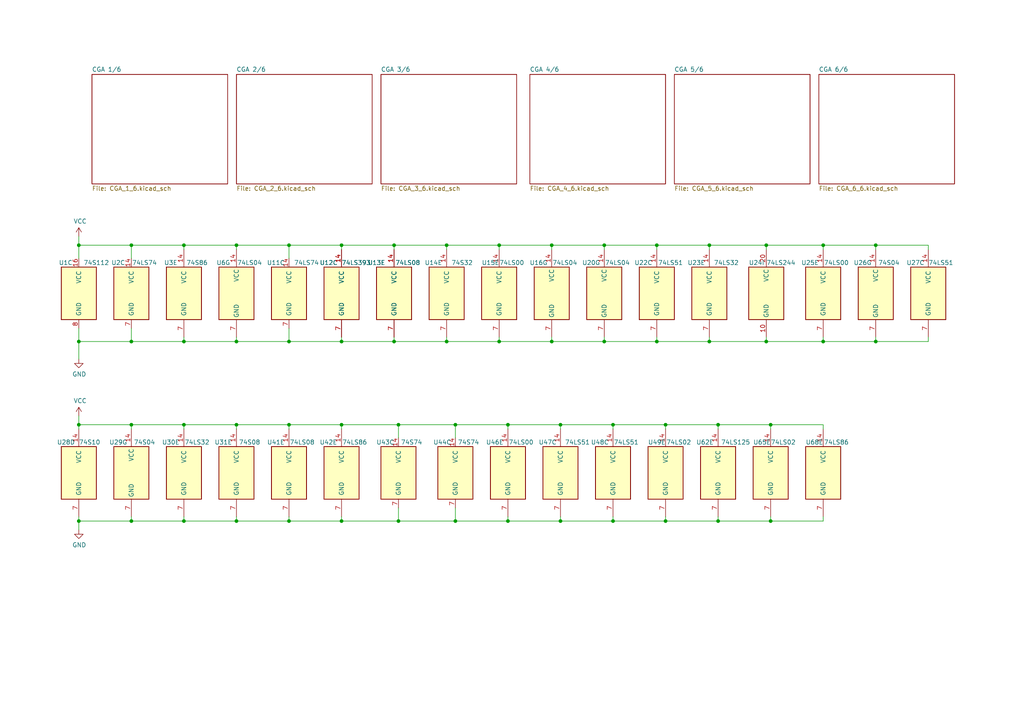
<source format=kicad_sch>
(kicad_sch (version 20230121) (generator eeschema)
  (paper "A4")
  (lib_symbols
    (symbol "74xx:74LS00" (pin_names (offset 1.016))
      (property "Reference" "U" (at 0 1.27 0))
      (property "Value" "74LS00" (at 0 -1.27 0))
      (symbol "74LS00_1_1"
        (pin input line (at -7.62 2.54 0) (length 3.81) (name "~") (number "1"))
        (pin input line (at -7.62 -2.54 0) (length 3.81) (name "~") (number "2"))
        (pin output inverted (at 7.62 0 180) (length 3.81) (name "~") (number "3"))
      )
      (symbol "74LS00_1_2"
        (pin input inverted (at -7.62 2.54 0) (length 4.318) (name "~") (number "1"))
        (pin input inverted (at -7.62 -2.54 0) (length 4.318) (name "~") (number "2"))
        (pin output line (at 7.62 0 180) (length 3.81) (name "~") (number "3"))
      )
      (symbol "74LS00_2_1"
        (pin input line (at -7.62 2.54 0) (length 3.81) (name "~") (number "4"))
        (pin input line (at -7.62 -2.54 0) (length 3.81) (name "~") (number "5"))
        (pin output inverted (at 7.62 0 180) (length 3.81) (name "~") (number "6"))
      )
      (symbol "74LS00_2_2"
        (pin input inverted (at -7.62 2.54 0) (length 4.318) (name "~") (number "4"))
        (pin input inverted (at -7.62 -2.54 0) (length 4.318) (name "~") (number "5"))
        (pin output line (at 7.62 0 180) (length 3.81) (name "~") (number "6"))
      )
      (symbol "74LS00_3_1"
        (pin input line (at -7.62 -2.54 0) (length 3.81) (name "~") (number "10"))
        (pin output inverted (at 7.62 0 180) (length 3.81) (name "~") (number "8"))
        (pin input line (at -7.62 2.54 0) (length 3.81) (name "~") (number "9"))
      )
      (symbol "74LS00_3_2"
        (pin input inverted (at -7.62 -2.54 0) (length 4.318) (name "~") (number "10"))
        (pin output line (at 7.62 0 180) (length 3.81) (name "~") (number "8"))
        (pin input inverted (at -7.62 2.54 0) (length 4.318) (name "~") (number "9"))
      )
      (symbol "74LS00_4_1"
        (pin output inverted (at 7.62 0 180) (length 3.81) (name "~") (number "11"))
        (pin input line (at -7.62 2.54 0) (length 3.81) (name "~") (number "12"))
        (pin input line (at -7.62 -2.54 0) (length 3.81) (name "~") (number "13"))
      )
      (symbol "74LS00_4_2"
        (pin output line (at 7.62 0 180) (length 3.81) (name "~") (number "11"))
        (pin input inverted (at -7.62 2.54 0) (length 4.318) (name "~") (number "12"))
        (pin input inverted (at -7.62 -2.54 0) (length 4.318) (name "~") (number "13"))
      )
      (symbol "74LS00_5_0"
        (pin power_in line (at 0 12.7 270) (length 5.08) (name "VCC") (number "14"))
        (pin power_in line (at 0 -12.7 90) (length 5.08) (name "GND") (number "7"))
      )
    )
    (symbol "74xx:74LS02" (pin_names (offset 1.016))
      (property "Reference" "U" (at 0 1.27 0))
      (property "Value" "74LS02" (at 0 -1.27 0))
      (symbol "74LS02_1_1"
        (pin output inverted (at 7.62 0 180) (length 3.81) (name "~") (number "1"))
        (pin input line (at -7.62 2.54 0) (length 4.318) (name "~") (number "2"))
        (pin input line (at -7.62 -2.54 0) (length 4.318) (name "~") (number "3"))
      )
      (symbol "74LS02_1_2"
        (pin output line (at 7.62 0 180) (length 3.81) (name "~") (number "1"))
        (pin input inverted (at -7.62 2.54 0) (length 3.81) (name "~") (number "2"))
        (pin input inverted (at -7.62 -2.54 0) (length 3.81) (name "~") (number "3"))
      )
      (symbol "74LS02_2_1"
        (pin output inverted (at 7.62 0 180) (length 3.81) (name "~") (number "4"))
        (pin input line (at -7.62 2.54 0) (length 4.318) (name "~") (number "5"))
        (pin input line (at -7.62 -2.54 0) (length 4.318) (name "~") (number "6"))
      )
      (symbol "74LS02_2_2"
        (pin output line (at 7.62 0 180) (length 3.81) (name "~") (number "4"))
        (pin input inverted (at -7.62 2.54 0) (length 3.81) (name "~") (number "5"))
        (pin input inverted (at -7.62 -2.54 0) (length 3.81) (name "~") (number "6"))
      )
      (symbol "74LS02_3_1"
        (pin output inverted (at 7.62 0 180) (length 3.81) (name "~") (number "10"))
        (pin input line (at -7.62 2.54 0) (length 4.318) (name "~") (number "8"))
        (pin input line (at -7.62 -2.54 0) (length 4.318) (name "~") (number "9"))
      )
      (symbol "74LS02_3_2"
        (pin output line (at 7.62 0 180) (length 3.81) (name "~") (number "10"))
        (pin input inverted (at -7.62 2.54 0) (length 3.81) (name "~") (number "8"))
        (pin input inverted (at -7.62 -2.54 0) (length 3.81) (name "~") (number "9"))
      )
      (symbol "74LS02_4_1"
        (pin input line (at -7.62 2.54 0) (length 4.318) (name "~") (number "11"))
        (pin input line (at -7.62 -2.54 0) (length 4.318) (name "~") (number "12"))
        (pin output inverted (at 7.62 0 180) (length 3.81) (name "~") (number "13"))
      )
      (symbol "74LS02_4_2"
        (pin input inverted (at -7.62 2.54 0) (length 3.81) (name "~") (number "11"))
        (pin input inverted (at -7.62 -2.54 0) (length 3.81) (name "~") (number "12"))
        (pin output line (at 7.62 0 180) (length 3.81) (name "~") (number "13"))
      )
      (symbol "74LS02_5_0"
        (pin power_in line (at 0 12.7 270) (length 5.08) (name "VCC") (number "14"))
        (pin power_in line (at 0 -12.7 90) (length 5.08) (name "GND") (number "7"))
      )
    )
    (symbol "74xx:74LS04"
      (property "Reference" "U" (at 0 1.27 0))
      (property "Value" "74LS04" (at 0 -1.27 0))
      (symbol "74LS04_1_0"
        (pin input line (at -7.62 0 0) (length 3.81) (name "~") (number "1"))
        (pin output inverted (at 7.62 0 180) (length 3.81) (name "~") (number "2"))
      )
      (symbol "74LS04_2_0"
        (pin input line (at -7.62 0 0) (length 3.81) (name "~") (number "3"))
        (pin output inverted (at 7.62 0 180) (length 3.81) (name "~") (number "4"))
      )
      (symbol "74LS04_3_0"
        (pin input line (at -7.62 0 0) (length 3.81) (name "~") (number "5"))
        (pin output inverted (at 7.62 0 180) (length 3.81) (name "~") (number "6"))
      )
      (symbol "74LS04_4_0"
        (pin output inverted (at 7.62 0 180) (length 3.81) (name "~") (number "8"))
        (pin input line (at -7.62 0 0) (length 3.81) (name "~") (number "9"))
      )
      (symbol "74LS04_5_0"
        (pin output inverted (at 7.62 0 180) (length 3.81) (name "~") (number "10"))
        (pin input line (at -7.62 0 0) (length 3.81) (name "~") (number "11"))
      )
      (symbol "74LS04_6_0"
        (pin output inverted (at 7.62 0 180) (length 3.81) (name "~") (number "12"))
        (pin input line (at -7.62 0 0) (length 3.81) (name "~") (number "13"))
      )
      (symbol "74LS04_7_0"
        (pin power_in line (at 0 12.7 270) (length 5.08) (name "VCC") (number "14"))
        (pin power_in line (at 0 -12.7 90) (length 5.08) (name "GND") (number "7"))
      )
    )
    (symbol "74xx:74LS08" (pin_names (offset 1.016))
      (property "Reference" "U" (at 0 1.27 0))
      (property "Value" "74LS08" (at 0 -1.27 0))
      (symbol "74LS08_1_1"
        (pin input line (at -7.62 2.54 0) (length 3.81) (name "~") (number "1"))
        (pin input line (at -7.62 -2.54 0) (length 3.81) (name "~") (number "2"))
        (pin output line (at 7.62 0 180) (length 3.81) (name "~") (number "3"))
      )
      (symbol "74LS08_1_2"
        (pin input inverted (at -7.62 2.54 0) (length 4.318) (name "~") (number "1"))
        (pin input inverted (at -7.62 -2.54 0) (length 4.318) (name "~") (number "2"))
        (pin output inverted (at 7.62 0 180) (length 3.81) (name "~") (number "3"))
      )
      (symbol "74LS08_2_1"
        (pin input line (at -7.62 2.54 0) (length 3.81) (name "~") (number "4"))
        (pin input line (at -7.62 -2.54 0) (length 3.81) (name "~") (number "5"))
        (pin output line (at 7.62 0 180) (length 3.81) (name "~") (number "6"))
      )
      (symbol "74LS08_2_2"
        (pin input inverted (at -7.62 2.54 0) (length 4.318) (name "~") (number "4"))
        (pin input inverted (at -7.62 -2.54 0) (length 4.318) (name "~") (number "5"))
        (pin output inverted (at 7.62 0 180) (length 3.81) (name "~") (number "6"))
      )
      (symbol "74LS08_3_1"
        (pin input line (at -7.62 -2.54 0) (length 3.81) (name "~") (number "10"))
        (pin output line (at 7.62 0 180) (length 3.81) (name "~") (number "8"))
        (pin input line (at -7.62 2.54 0) (length 3.81) (name "~") (number "9"))
      )
      (symbol "74LS08_3_2"
        (pin input inverted (at -7.62 -2.54 0) (length 4.318) (name "~") (number "10"))
        (pin output inverted (at 7.62 0 180) (length 3.81) (name "~") (number "8"))
        (pin input inverted (at -7.62 2.54 0) (length 4.318) (name "~") (number "9"))
      )
      (symbol "74LS08_4_1"
        (pin output line (at 7.62 0 180) (length 3.81) (name "~") (number "11"))
        (pin input line (at -7.62 2.54 0) (length 3.81) (name "~") (number "12"))
        (pin input line (at -7.62 -2.54 0) (length 3.81) (name "~") (number "13"))
      )
      (symbol "74LS08_4_2"
        (pin output inverted (at 7.62 0 180) (length 3.81) (name "~") (number "11"))
        (pin input inverted (at -7.62 2.54 0) (length 4.318) (name "~") (number "12"))
        (pin input inverted (at -7.62 -2.54 0) (length 4.318) (name "~") (number "13"))
      )
      (symbol "74LS08_5_0"
        (pin power_in line (at 0 12.7 270) (length 5.08) (name "VCC") (number "14"))
        (pin power_in line (at 0 -12.7 90) (length 5.08) (name "GND") (number "7"))
      )
    )
    (symbol "74xx:74LS10" (pin_names (offset 1.016))
      (property "Reference" "U" (at 0 1.27 0))
      (property "Value" "74LS10" (at 0 -1.27 0))
      (symbol "74LS10_1_1"
        (pin input line (at -7.62 2.54 0) (length 3.81) (name "~") (number "1"))
        (pin output inverted (at 7.62 0 180) (length 3.81) (name "~") (number "12"))
        (pin input line (at -7.62 -2.54 0) (length 3.81) (name "~") (number "13"))
        (pin input line (at -7.62 0 0) (length 3.81) (name "~") (number "2"))
      )
      (symbol "74LS10_1_2"
        (pin input inverted (at -7.62 2.54 0) (length 4.318) (name "~") (number "1"))
        (pin output line (at 7.62 0 180) (length 3.81) (name "~") (number "12"))
        (pin input inverted (at -7.62 -2.54 0) (length 4.318) (name "~") (number "13"))
        (pin input inverted (at -7.62 0 0) (length 4.953) (name "~") (number "2"))
      )
      (symbol "74LS10_2_1"
        (pin input line (at -7.62 2.54 0) (length 3.81) (name "~") (number "3"))
        (pin input line (at -7.62 0 0) (length 3.81) (name "~") (number "4"))
        (pin input line (at -7.62 -2.54 0) (length 3.81) (name "~") (number "5"))
        (pin output inverted (at 7.62 0 180) (length 3.81) (name "~") (number "6"))
      )
      (symbol "74LS10_2_2"
        (pin input inverted (at -7.62 2.54 0) (length 4.318) (name "~") (number "3"))
        (pin input inverted (at -7.62 0 0) (length 4.953) (name "~") (number "4"))
        (pin input inverted (at -7.62 -2.54 0) (length 4.318) (name "~") (number "5"))
        (pin output line (at 7.62 0 180) (length 3.81) (name "~") (number "6"))
      )
      (symbol "74LS10_3_1"
        (pin input line (at -7.62 0 0) (length 3.81) (name "~") (number "10"))
        (pin input line (at -7.62 -2.54 0) (length 3.81) (name "~") (number "11"))
        (pin output inverted (at 7.62 0 180) (length 3.81) (name "~") (number "8"))
        (pin input line (at -7.62 2.54 0) (length 3.81) (name "~") (number "9"))
      )
      (symbol "74LS10_3_2"
        (pin input inverted (at -7.62 0 0) (length 4.953) (name "~") (number "10"))
        (pin input inverted (at -7.62 -2.54 0) (length 4.318) (name "~") (number "11"))
        (pin output line (at 7.62 0 180) (length 3.81) (name "~") (number "8"))
        (pin input inverted (at -7.62 2.54 0) (length 4.318) (name "~") (number "9"))
      )
      (symbol "74LS10_4_0"
        (pin power_in line (at 0 12.7 270) (length 5.08) (name "VCC") (number "14"))
        (pin power_in line (at 0 -12.7 90) (length 5.08) (name "GND") (number "7"))
      )
    )
    (symbol "74xx:74LS112" (pin_names (offset 1.016))
      (property "Reference" "U" (at -7.62 8.89 0))
      (property "Value" "74LS112" (at -7.62 -8.89 0))
      (symbol "74LS112_1_0"
        (pin input clock (at -7.62 0 0) (length 2.54) (name "C") (number "1"))
        (pin input line (at 0 -7.62 90) (length 2.54) (name "~{R}") (number "15"))
        (pin input line (at -7.62 -2.54 0) (length 2.54) (name "K") (number "2"))
        (pin input line (at -7.62 2.54 0) (length 2.54) (name "J") (number "3"))
        (pin input line (at 0 7.62 270) (length 2.54) (name "~{S}") (number "4"))
        (pin output line (at 7.62 2.54 180) (length 2.54) (name "Q") (number "5"))
        (pin output line (at 7.62 -2.54 180) (length 2.54) (name "~{Q}") (number "6"))
      )
      (symbol "74LS112_2_0"
        (pin input line (at 0 7.62 270) (length 2.54) (name "~{S}") (number "10"))
        (pin input line (at -7.62 2.54 0) (length 2.54) (name "J") (number "11"))
        (pin input line (at -7.62 -2.54 0) (length 2.54) (name "K") (number "12"))
        (pin input clock (at -7.62 0 0) (length 2.54) (name "C") (number "13"))
        (pin input line (at 0 -7.62 90) (length 2.54) (name "~{R}") (number "14"))
        (pin output line (at 7.62 -2.54 180) (length 2.54) (name "~{Q}") (number "7"))
        (pin output line (at 7.62 2.54 180) (length 2.54) (name "Q") (number "9"))
      )
      (symbol "74LS112_3_0"
        (pin power_in line (at 0 10.16 270) (length 2.54) (name "VCC") (number "16"))
        (pin power_in line (at 0 -10.16 90) (length 2.54) (name "GND") (number "8"))
      )
    )
    (symbol "74xx:74LS125" (pin_names (offset 1.016))
      (property "Reference" "U" (at 0 1.27 0))
      (property "Value" "74LS125" (at 0 -1.27 0))
      (symbol "74LS125_1_0"
        (pin input inverted (at 0 -6.35 90) (length 4.445) (name "~") (number "1"))
        (pin input line (at -7.62 0 0) (length 3.81) (name "~") (number "2"))
        (pin tri_state line (at 7.62 0 180) (length 3.81) (name "~") (number "3"))
      )
      (symbol "74LS125_2_0"
        (pin input inverted (at 0 -6.35 90) (length 4.445) (name "~") (number "4"))
        (pin input line (at -7.62 0 0) (length 3.81) (name "~") (number "5"))
        (pin tri_state line (at 7.62 0 180) (length 3.81) (name "~") (number "6"))
      )
      (symbol "74LS125_3_0"
        (pin input inverted (at 0 -6.35 90) (length 4.445) (name "~") (number "10"))
        (pin tri_state line (at 7.62 0 180) (length 3.81) (name "~") (number "8"))
        (pin input line (at -7.62 0 0) (length 3.81) (name "~") (number "9"))
      )
      (symbol "74LS125_4_0"
        (pin tri_state line (at 7.62 0 180) (length 3.81) (name "~") (number "11"))
        (pin input line (at -7.62 0 0) (length 3.81) (name "~") (number "12"))
        (pin input inverted (at 0 -6.35 90) (length 4.445) (name "~") (number "13"))
      )
      (symbol "74LS125_5_0"
        (pin power_in line (at 0 12.7 270) (length 5.08) (name "VCC") (number "14"))
        (pin power_in line (at 0 -12.7 90) (length 5.08) (name "GND") (number "7"))
      )
    )
    (symbol "74xx:74LS244_Split"
      (property "Reference" "U" (at 0 1.27 0))
      (property "Value" "74LS244_Split" (at 0 -1.27 0))
      (symbol "74LS244_Split_1_0"
        (pin input inverted (at 0 -6.35 90) (length 4.445) (name "~") (number "1"))
        (pin tri_state line (at 7.62 0 180) (length 3.81) (name "~") (number "18"))
        (pin input line (at -7.62 0 0) (length 3.81) (name "~") (number "2"))
      )
      (symbol "74LS244_Split_2_0"
        (pin tri_state line (at 7.62 0 180) (length 3.81) (name "~") (number "16"))
        (pin input line (at -7.62 0 0) (length 3.81) (name "~") (number "4"))
      )
      (symbol "74LS244_Split_3_0"
        (pin tri_state line (at 7.62 0 180) (length 3.81) (name "~") (number "14"))
        (pin input line (at -7.62 0 0) (length 3.81) (name "~") (number "6"))
      )
      (symbol "74LS244_Split_4_0"
        (pin tri_state line (at 7.62 0 180) (length 3.81) (name "~") (number "12"))
        (pin input line (at -7.62 0 0) (length 3.81) (name "~") (number "8"))
      )
      (symbol "74LS244_Split_5_0"
        (pin input line (at -7.62 0 0) (length 3.81) (name "~") (number "11"))
        (pin input inverted (at 0 -6.35 90) (length 4.445) (name "~") (number "19"))
        (pin tri_state line (at 7.62 0 180) (length 3.81) (name "~") (number "9"))
      )
      (symbol "74LS244_Split_6_0"
        (pin input line (at -7.62 0 0) (length 3.81) (name "~") (number "13"))
        (pin tri_state line (at 7.62 0 180) (length 3.81) (name "~") (number "7"))
      )
      (symbol "74LS244_Split_7_0"
        (pin input line (at -7.62 0 0) (length 3.81) (name "~") (number "15"))
        (pin tri_state line (at 7.62 0 180) (length 3.81) (name "~") (number "5"))
      )
      (symbol "74LS244_Split_8_0"
        (pin input line (at -7.62 0 0) (length 3.81) (name "~") (number "17"))
        (pin tri_state line (at 7.62 0 180) (length 3.81) (name "~") (number "3"))
      )
      (symbol "74LS244_Split_9_0"
        (pin power_in line (at 0 -12.7 90) (length 5.08) (name "GND") (number "10"))
        (pin power_in line (at 0 12.7 270) (length 5.08) (name "VCC") (number "20"))
      )
    )
    (symbol "74xx:74LS32" (pin_names (offset 1.016))
      (property "Reference" "U" (at 0 1.27 0))
      (property "Value" "74LS32" (at 0 -1.27 0))
      (symbol "74LS32_1_1"
        (pin input line (at -7.62 2.54 0) (length 4.318) (name "~") (number "1"))
        (pin input line (at -7.62 -2.54 0) (length 4.318) (name "~") (number "2"))
        (pin output line (at 7.62 0 180) (length 3.81) (name "~") (number "3"))
      )
      (symbol "74LS32_1_2"
        (pin input inverted (at -7.62 2.54 0) (length 3.81) (name "~") (number "1"))
        (pin input inverted (at -7.62 -2.54 0) (length 3.81) (name "~") (number "2"))
        (pin output inverted (at 7.62 0 180) (length 3.81) (name "~") (number "3"))
      )
      (symbol "74LS32_2_1"
        (pin input line (at -7.62 2.54 0) (length 4.318) (name "~") (number "4"))
        (pin input line (at -7.62 -2.54 0) (length 4.318) (name "~") (number "5"))
        (pin output line (at 7.62 0 180) (length 3.81) (name "~") (number "6"))
      )
      (symbol "74LS32_2_2"
        (pin input inverted (at -7.62 2.54 0) (length 3.81) (name "~") (number "4"))
        (pin input inverted (at -7.62 -2.54 0) (length 3.81) (name "~") (number "5"))
        (pin output inverted (at 7.62 0 180) (length 3.81) (name "~") (number "6"))
      )
      (symbol "74LS32_3_1"
        (pin input line (at -7.62 -2.54 0) (length 4.318) (name "~") (number "10"))
        (pin output line (at 7.62 0 180) (length 3.81) (name "~") (number "8"))
        (pin input line (at -7.62 2.54 0) (length 4.318) (name "~") (number "9"))
      )
      (symbol "74LS32_3_2"
        (pin input inverted (at -7.62 -2.54 0) (length 3.81) (name "~") (number "10"))
        (pin output inverted (at 7.62 0 180) (length 3.81) (name "~") (number "8"))
        (pin input inverted (at -7.62 2.54 0) (length 3.81) (name "~") (number "9"))
      )
      (symbol "74LS32_4_1"
        (pin output line (at 7.62 0 180) (length 3.81) (name "~") (number "11"))
        (pin input line (at -7.62 2.54 0) (length 4.318) (name "~") (number "12"))
        (pin input line (at -7.62 -2.54 0) (length 4.318) (name "~") (number "13"))
      )
      (symbol "74LS32_4_2"
        (pin output inverted (at 7.62 0 180) (length 3.81) (name "~") (number "11"))
        (pin input inverted (at -7.62 2.54 0) (length 3.81) (name "~") (number "12"))
        (pin input inverted (at -7.62 -2.54 0) (length 3.81) (name "~") (number "13"))
      )
      (symbol "74LS32_5_0"
        (pin power_in line (at 0 12.7 270) (length 5.08) (name "VCC") (number "14"))
        (pin power_in line (at 0 -12.7 90) (length 5.08) (name "GND") (number "7"))
      )
    )
    (symbol "74xx:74LS393" (pin_names (offset 1.016))
      (property "Reference" "U" (at -7.62 8.89 0))
      (property "Value" "74LS393" (at -7.62 -8.89 0))
      (symbol "74LS393_1_0"
        (pin input clock (at -12.7 2.54 0) (length 5.08) (name "CP") (number "1"))
        (pin input line (at -12.7 -5.08 0) (length 5.08) (name "MR") (number "2"))
        (pin output line (at 12.7 2.54 180) (length 5.08) (name "Q0") (number "3"))
        (pin output line (at 12.7 0 180) (length 5.08) (name "Q1") (number "4"))
        (pin output line (at 12.7 -2.54 180) (length 5.08) (name "Q2") (number "5"))
        (pin output line (at 12.7 -5.08 180) (length 5.08) (name "Q3") (number "6"))
      )
      (symbol "74LS393_2_0"
        (pin output line (at 12.7 0 180) (length 5.08) (name "Q1") (number "10"))
        (pin output line (at 12.7 2.54 180) (length 5.08) (name "Q0") (number "11"))
        (pin input line (at -12.7 -5.08 0) (length 5.08) (name "MR") (number "12"))
        (pin input clock (at -12.7 2.54 0) (length 5.08) (name "CP") (number "13"))
        (pin output line (at 12.7 -5.08 180) (length 5.08) (name "Q3") (number "8"))
        (pin output line (at 12.7 -2.54 180) (length 5.08) (name "Q2") (number "9"))
      )
      (symbol "74LS393_3_0"
        (pin power_in line (at 0 12.7 270) (length 5.08) (name "VCC") (number "14"))
        (pin power_in line (at 0 -12.7 90) (length 5.08) (name "GND") (number "7"))
      )
    )
    (symbol "74xx:74LS51" (pin_names (offset 1.016))
      (property "Reference" "U" (at -7.62 10.16 0))
      (property "Value" "74LS51" (at -7.62 -10.16 0))
      (symbol "74LS51_1_0"
        (pin input line (at -12.7 7.62 0) (length 5.08) (name "~") (number "1"))
        (pin input line (at -12.7 -5.08 0) (length 5.08) (name "~") (number "10"))
        (pin input line (at -12.7 -7.62 0) (length 5.08) (name "~") (number "11"))
        (pin input line (at -12.7 5.08 0) (length 5.08) (name "~") (number "12"))
        (pin input line (at -12.7 2.54 0) (length 5.08) (name "~") (number "13"))
        (pin output line (at 12.7 0 180) (length 5.08) (name "~") (number "8"))
        (pin input line (at -12.7 -2.54 0) (length 5.08) (name "~") (number "9"))
      )
      (symbol "74LS51_2_0"
        (pin input line (at -12.7 7.62 0) (length 5.08) (name "~") (number "2"))
        (pin input line (at -12.7 2.54 0) (length 5.08) (name "~") (number "3"))
        (pin input line (at -12.7 -2.54 0) (length 5.08) (name "~") (number "4"))
        (pin input line (at -12.7 -7.62 0) (length 5.08) (name "~") (number "5"))
        (pin output line (at 12.7 0 180) (length 5.08) (name "~") (number "6"))
      )
      (symbol "74LS51_3_0"
        (pin power_in line (at 0 12.7 270) (length 5.08) (name "VCC") (number "14"))
        (pin power_in line (at 0 -12.7 90) (length 5.08) (name "GND") (number "7"))
      )
    )
    (symbol "74xx:74LS74" (pin_names (offset 1.016))
      (property "Reference" "U" (at -7.62 8.89 0))
      (property "Value" "74LS74" (at -7.62 -8.89 0))
      (symbol "74LS74_1_0"
        (pin input line (at 0 -7.62 90) (length 2.54) (name "~{R}") (number "1"))
        (pin input line (at -7.62 2.54 0) (length 2.54) (name "D") (number "2"))
        (pin input clock (at -7.62 0 0) (length 2.54) (name "C") (number "3"))
        (pin input line (at 0 7.62 270) (length 2.54) (name "~{S}") (number "4"))
        (pin output line (at 7.62 2.54 180) (length 2.54) (name "Q") (number "5"))
        (pin output line (at 7.62 -2.54 180) (length 2.54) (name "~{Q}") (number "6"))
      )
      (symbol "74LS74_2_0"
        (pin input line (at 0 7.62 270) (length 2.54) (name "~{S}") (number "10"))
        (pin input clock (at -7.62 0 0) (length 2.54) (name "C") (number "11"))
        (pin input line (at -7.62 2.54 0) (length 2.54) (name "D") (number "12"))
        (pin input line (at 0 -7.62 90) (length 2.54) (name "~{R}") (number "13"))
        (pin output line (at 7.62 -2.54 180) (length 2.54) (name "~{Q}") (number "8"))
        (pin output line (at 7.62 2.54 180) (length 2.54) (name "Q") (number "9"))
      )
      (symbol "74LS74_3_0"
        (pin power_in line (at 0 10.16 270) (length 2.54) (name "VCC") (number "14"))
        (pin power_in line (at 0 -10.16 90) (length 2.54) (name "GND") (number "7"))
      )
    )
    (symbol "74xx:74LS86" (pin_names (offset 1.016))
      (property "Reference" "U" (at 0 1.27 0))
      (property "Value" "74LS86" (at 0 -1.27 0))
      (symbol "74LS86_1_0"
        (pin input line (at -7.62 2.54 0) (length 4.445) (name "~") (number "1"))
        (pin input line (at -7.62 -2.54 0) (length 4.445) (name "~") (number "2"))
        (pin output line (at 7.62 0 180) (length 3.81) (name "~") (number "3"))
      )
      (symbol "74LS86_2_0"
        (pin input line (at -7.62 2.54 0) (length 4.445) (name "~") (number "4"))
        (pin input line (at -7.62 -2.54 0) (length 4.445) (name "~") (number "5"))
        (pin output line (at 7.62 0 180) (length 3.81) (name "~") (number "6"))
      )
      (symbol "74LS86_3_0"
        (pin input line (at -7.62 -2.54 0) (length 4.445) (name "~") (number "10"))
        (pin output line (at 7.62 0 180) (length 3.81) (name "~") (number "8"))
        (pin input line (at -7.62 2.54 0) (length 4.445) (name "~") (number "9"))
      )
      (symbol "74LS86_4_0"
        (pin output line (at 7.62 0 180) (length 3.81) (name "~") (number "11"))
        (pin input line (at -7.62 2.54 0) (length 4.445) (name "~") (number "12"))
        (pin input line (at -7.62 -2.54 0) (length 4.445) (name "~") (number "13"))
      )
      (symbol "74LS86_5_0"
        (pin power_in line (at 0 12.7 270) (length 5.08) (name "VCC") (number "14"))
        (pin power_in line (at 0 -12.7 90) (length 5.08) (name "GND") (number "7"))
      )
    )
    (symbol "power:GND" (power) (pin_names (offset 0))
      (property "Value" "GND" (at 0 -3.81 0))
      (symbol "GND_1_1"
        (pin power_in line (at 0 0 270) (length 0) hide (name "GND") (number "1"))
      )
    )
    (symbol "power:VCC" (power) (pin_names (offset 0))
      (property "Value" "VCC" (at 0 3.81 0))
      (symbol "VCC_1_1"
        (pin power_in line (at 0 0 90) (length 0) hide (name "VCC") (number "1"))
      )
    )
  )
  (junction (at 205.74 99.06))
  (junction (at 144.78 99.06))
  (junction (at 205.74 71.12))
  (junction (at 99.06 71.12))
  (junction (at 114.3 99.06))
  (junction (at 254 99.06))
  (junction (at 22.86 123.19))
  (junction (at 162.56 123.19))
  (junction (at 193.04 151.13))
  (junction (at 115.57 123.19))
  (junction (at 238.76 99.06))
  (junction (at 144.78 71.12))
  (junction (at 83.82 123.19))
  (junction (at 193.04 123.19))
  (junction (at 53.34 151.13))
  (junction (at 132.08 123.19))
  (junction (at 222.25 99.06))
  (junction (at 115.57 151.13))
  (junction (at 129.54 99.06))
  (junction (at 53.34 71.12))
  (junction (at 38.1 99.06))
  (junction (at 68.58 151.13))
  (junction (at 208.28 151.13))
  (junction (at 114.3 71.12))
  (junction (at 147.32 123.19))
  (junction (at 160.02 71.12))
  (junction (at 22.86 71.12))
  (junction (at 132.08 151.13))
  (junction (at 223.52 151.13))
  (junction (at 53.34 123.19))
  (junction (at 175.26 99.06))
  (junction (at 68.58 71.12))
  (junction (at 147.32 151.13))
  (junction (at 208.28 123.19))
  (junction (at 238.76 71.12))
  (junction (at 53.34 99.06))
  (junction (at 38.1 151.13))
  (junction (at 223.52 123.19))
  (junction (at 160.02 99.06))
  (junction (at 22.86 99.06))
  (junction (at 38.1 123.19))
  (junction (at 83.82 99.06))
  (junction (at 175.26 71.12))
  (junction (at 83.82 71.12))
  (junction (at 99.06 151.13))
  (junction (at 177.8 151.13))
  (junction (at 99.06 99.06))
  (junction (at 38.1 71.12))
  (junction (at 68.58 99.06))
  (junction (at 22.86 151.13))
  (junction (at 222.25 71.12))
  (junction (at 190.5 99.06))
  (junction (at 83.82 151.13))
  (junction (at 162.56 151.13))
  (junction (at 129.54 71.12))
  (junction (at 254 71.12))
  (junction (at 99.06 123.19))
  (junction (at 68.58 123.19))
  (junction (at 190.5 71.12))
  (junction (at 177.8 123.19))
  (wire (pts (xy 68.58 97.79) (xy 68.58 99.06)))
  (wire (pts (xy 190.5 71.12) (xy 190.5 72.39)))
  (wire (pts (xy 205.74 71.12) (xy 222.25 71.12)))
  (wire (pts (xy 114.3 71.12) (xy 129.54 71.12)))
  (wire (pts (xy 114.3 71.12) (xy 114.3 72.39)))
  (wire (pts (xy 162.56 123.19) (xy 177.8 123.19)))
  (wire (pts (xy 53.34 97.79) (xy 53.34 99.06)))
  (wire (pts (xy 147.32 123.19) (xy 147.32 124.46)))
  (wire (pts (xy 53.34 123.19) (xy 53.34 124.46)))
  (wire (pts (xy 222.25 71.12) (xy 238.76 71.12)))
  (wire (pts (xy 190.5 99.06) (xy 205.74 99.06)))
  (wire (pts (xy 22.86 149.86) (xy 22.86 151.13)))
  (wire (pts (xy 129.54 99.06) (xy 144.78 99.06)))
  (wire (pts (xy 205.74 71.12) (xy 205.74 72.39)))
  (wire (pts (xy 38.1 123.19) (xy 53.34 123.19)))
  (wire (pts (xy 22.86 99.06) (xy 38.1 99.06)))
  (wire (pts (xy 22.86 71.12) (xy 38.1 71.12)))
  (wire (pts (xy 53.34 149.86) (xy 53.34 151.13)))
  (wire (pts (xy 254 97.79) (xy 254 99.06)))
  (wire (pts (xy 238.76 123.19) (xy 238.76 124.46)))
  (wire (pts (xy 22.86 123.19) (xy 22.86 120.65)))
  (wire (pts (xy 190.5 71.12) (xy 205.74 71.12)))
  (wire (pts (xy 177.8 151.13) (xy 193.04 151.13)))
  (wire (pts (xy 160.02 97.79) (xy 160.02 99.06)))
  (wire (pts (xy 99.06 151.13) (xy 115.57 151.13)))
  (wire (pts (xy 147.32 149.86) (xy 147.32 151.13)))
  (wire (pts (xy 83.82 123.19) (xy 99.06 123.19)))
  (wire (pts (xy 83.82 149.86) (xy 83.82 151.13)))
  (wire (pts (xy 147.32 151.13) (xy 162.56 151.13)))
  (wire (pts (xy 190.5 97.79) (xy 190.5 99.06)))
  (wire (pts (xy 68.58 71.12) (xy 83.82 71.12)))
  (wire (pts (xy 160.02 99.06) (xy 175.26 99.06)))
  (wire (pts (xy 38.1 123.19) (xy 38.1 124.46)))
  (wire (pts (xy 160.02 71.12) (xy 160.02 72.39)))
  (wire (pts (xy 175.26 71.12) (xy 175.26 72.39)))
  (wire (pts (xy 254 71.12) (xy 254 72.39)))
  (wire (pts (xy 99.06 123.19) (xy 115.57 123.19)))
  (wire (pts (xy 22.86 71.12) (xy 22.86 74.93)))
  (wire (pts (xy 22.86 71.12) (xy 22.86 68.58)))
  (wire (pts (xy 238.76 99.06) (xy 254 99.06)))
  (wire (pts (xy 223.52 123.19) (xy 238.76 123.19)))
  (wire (pts (xy 144.78 99.06) (xy 160.02 99.06)))
  (wire (pts (xy 83.82 151.13) (xy 99.06 151.13)))
  (wire (pts (xy 223.52 149.86) (xy 223.52 151.13)))
  (wire (pts (xy 38.1 71.12) (xy 38.1 74.93)))
  (wire (pts (xy 99.06 123.19) (xy 99.06 124.46)))
  (wire (pts (xy 115.57 147.32) (xy 115.57 151.13)))
  (wire (pts (xy 68.58 123.19) (xy 83.82 123.19)))
  (wire (pts (xy 208.28 149.86) (xy 208.28 151.13)))
  (wire (pts (xy 144.78 97.79) (xy 144.78 99.06)))
  (wire (pts (xy 238.76 71.12) (xy 254 71.12)))
  (wire (pts (xy 38.1 71.12) (xy 53.34 71.12)))
  (wire (pts (xy 83.82 71.12) (xy 83.82 74.93)))
  (wire (pts (xy 254 99.06) (xy 269.24 99.06)))
  (wire (pts (xy 238.76 71.12) (xy 238.76 72.39)))
  (wire (pts (xy 129.54 71.12) (xy 129.54 72.39)))
  (wire (pts (xy 22.86 99.06) (xy 22.86 104.14)))
  (wire (pts (xy 68.58 123.19) (xy 68.58 124.46)))
  (wire (pts (xy 238.76 149.86) (xy 238.76 151.13)))
  (wire (pts (xy 269.24 97.79) (xy 269.24 99.06)))
  (wire (pts (xy 254 71.12) (xy 269.24 71.12)))
  (wire (pts (xy 115.57 123.19) (xy 132.08 123.19)))
  (wire (pts (xy 115.57 123.19) (xy 115.57 127)))
  (wire (pts (xy 205.74 97.79) (xy 205.74 99.06)))
  (wire (pts (xy 175.26 71.12) (xy 190.5 71.12)))
  (wire (pts (xy 38.1 95.25) (xy 38.1 99.06)))
  (wire (pts (xy 99.06 99.06) (xy 114.3 99.06)))
  (wire (pts (xy 115.57 151.13) (xy 132.08 151.13)))
  (wire (pts (xy 193.04 123.19) (xy 208.28 123.19)))
  (wire (pts (xy 222.25 97.79) (xy 222.25 99.06)))
  (wire (pts (xy 132.08 123.19) (xy 132.08 127)))
  (wire (pts (xy 38.1 151.13) (xy 53.34 151.13)))
  (wire (pts (xy 53.34 99.06) (xy 68.58 99.06)))
  (wire (pts (xy 129.54 97.79) (xy 129.54 99.06)))
  (wire (pts (xy 22.86 123.19) (xy 22.86 124.46)))
  (wire (pts (xy 222.25 71.12) (xy 222.25 72.39)))
  (wire (pts (xy 83.82 123.19) (xy 83.82 124.46)))
  (wire (pts (xy 99.06 71.12) (xy 99.06 72.39)))
  (wire (pts (xy 22.86 151.13) (xy 22.86 153.67)))
  (wire (pts (xy 99.06 149.86) (xy 99.06 151.13)))
  (wire (pts (xy 53.34 71.12) (xy 68.58 71.12)))
  (wire (pts (xy 53.34 151.13) (xy 68.58 151.13)))
  (wire (pts (xy 22.86 151.13) (xy 38.1 151.13)))
  (wire (pts (xy 83.82 95.25) (xy 83.82 99.06)))
  (wire (pts (xy 68.58 71.12) (xy 68.58 72.39)))
  (wire (pts (xy 223.52 123.19) (xy 223.52 124.46)))
  (wire (pts (xy 83.82 99.06) (xy 99.06 99.06)))
  (wire (pts (xy 147.32 123.19) (xy 162.56 123.19)))
  (wire (pts (xy 83.82 71.12) (xy 99.06 71.12)))
  (wire (pts (xy 99.06 71.12) (xy 114.3 71.12)))
  (wire (pts (xy 68.58 99.06) (xy 83.82 99.06)))
  (wire (pts (xy 53.34 123.19) (xy 68.58 123.19)))
  (wire (pts (xy 68.58 149.86) (xy 68.58 151.13)))
  (wire (pts (xy 162.56 151.13) (xy 177.8 151.13)))
  (wire (pts (xy 160.02 71.12) (xy 175.26 71.12)))
  (wire (pts (xy 22.86 123.19) (xy 38.1 123.19)))
  (wire (pts (xy 99.06 97.79) (xy 99.06 99.06)))
  (wire (pts (xy 162.56 149.86) (xy 162.56 151.13)))
  (wire (pts (xy 223.52 151.13) (xy 238.76 151.13)))
  (wire (pts (xy 132.08 123.19) (xy 147.32 123.19)))
  (wire (pts (xy 144.78 71.12) (xy 144.78 72.39)))
  (wire (pts (xy 114.3 97.79) (xy 114.3 99.06)))
  (wire (pts (xy 193.04 151.13) (xy 208.28 151.13)))
  (wire (pts (xy 53.34 71.12) (xy 53.34 72.39)))
  (wire (pts (xy 238.76 97.79) (xy 238.76 99.06)))
  (wire (pts (xy 208.28 123.19) (xy 208.28 124.46)))
  (wire (pts (xy 177.8 123.19) (xy 177.8 124.46)))
  (wire (pts (xy 269.24 71.12) (xy 269.24 72.39)))
  (wire (pts (xy 144.78 71.12) (xy 160.02 71.12)))
  (wire (pts (xy 177.8 123.19) (xy 193.04 123.19)))
  (wire (pts (xy 114.3 99.06) (xy 129.54 99.06)))
  (wire (pts (xy 132.08 151.13) (xy 147.32 151.13)))
  (wire (pts (xy 208.28 151.13) (xy 223.52 151.13)))
  (wire (pts (xy 208.28 123.19) (xy 223.52 123.19)))
  (wire (pts (xy 68.58 151.13) (xy 83.82 151.13)))
  (wire (pts (xy 132.08 147.32) (xy 132.08 151.13)))
  (wire (pts (xy 177.8 149.86) (xy 177.8 151.13)))
  (wire (pts (xy 193.04 123.19) (xy 193.04 124.46)))
  (wire (pts (xy 193.04 149.86) (xy 193.04 151.13)))
  (wire (pts (xy 205.74 99.06) (xy 222.25 99.06)))
  (wire (pts (xy 175.26 97.79) (xy 175.26 99.06)))
  (wire (pts (xy 129.54 71.12) (xy 144.78 71.12)))
  (wire (pts (xy 38.1 99.06) (xy 53.34 99.06)))
  (wire (pts (xy 38.1 149.86) (xy 38.1 151.13)))
  (wire (pts (xy 162.56 123.19) (xy 162.56 124.46)))
  (wire (pts (xy 22.86 95.25) (xy 22.86 99.06)))
  (wire (pts (xy 222.25 99.06) (xy 238.76 99.06)))
  (wire (pts (xy 175.26 99.06) (xy 190.5 99.06)))
  (symbol (lib_id "74xx:74LS51") (at 177.8 137.16 0) (unit 3)
    (property "Reference" "U48" (at 173.99 128.27 0))
    (property "Value" "74LS51" (at 181.61 128.27 0))
    (property "Footprint" "Package_DIP:DIP-14_W7.62mm" (effects hide))
    (property "Datasheet" "http://www.ti.com/lit/ds/symlink/sn74ls51.pdf" (effects hide))
  )
  (symbol (lib_id "74xx:74LS02") (at 193.04 137.16 0) (unit 5)
    (property "Reference" "U49" (at 190.5 128.27 0))
    (property "Value" "74LS02" (at 196.85 128.27 0))
    (property "Footprint" "Package_DIP:DIP-14_W7.62mm" (effects hide))
    (property "Datasheet" "http://www.ti.com/lit/gpn/sn74ls02" (effects hide))
  )
  (symbol (lib_id "74xx:74LS125") (at 208.28 137.16 0) (unit 5)
    (property "Reference" "U62" (at 204.47 128.27 0))
    (property "Value" "74LS125" (at 213.36 128.27 0))
    (property "Footprint" "Package_DIP:DIP-14_W7.62mm" (effects hide))
    (property "Datasheet" "http://www.ti.com/lit/gpn/sn74LS125" (effects hide))
  )
  (symbol (lib_id "74xx:74LS244_Split") (at 222.25 85.09 0) (unit 9)
    (property "Reference" "U24" (at 217.17 76.2 0) (effects (justify left)))
    (property "Value" "74LS244" (at 222.25 76.2 0) (effects (justify left)))
    (property "Footprint" "Package_DIP:DIP-20_W7.62mm" (effects hide))
    (property "Datasheet" "http://www.ti.com/lit/ds/symlink/sn74ls241.pdf" (effects hide))
  )
  (symbol (lib_id "74xx:74LS08") (at 114.3 85.09 0) (unit 5)
    (property "Reference" "U13" (at 111.76 76.2 0) (effects (justify right)))
    (property "Value" "74LS08" (at 121.92 76.2 0) (effects (justify right)))
    (property "Footprint" "Package_DIP:DIP-14_W7.62mm" (effects hide))
    (property "Datasheet" "http://www.ti.com/lit/gpn/sn74LS08" (effects hide))
  )
  (symbol (lib_id "74xx:74LS10") (at 22.86 137.16 0) (unit 4)
    (property "Reference" "U28" (at 16.51 128.27 0) (effects (justify left)))
    (property "Value" "74S10" (at 22.86 128.27 0) (effects (justify left)))
    (property "Footprint" "Package_DIP:DIP-14_W7.62mm" (effects hide))
    (property "Datasheet" "http://www.ti.com/lit/gpn/sn74LS10" (effects hide))
  )
  (symbol (lib_id "74xx:74LS32") (at 129.54 85.09 0) (unit 5)
    (property "Reference" "U14" (at 128.27 76.2 0) (effects (justify right)))
    (property "Value" "74S32" (at 137.16 76.2 0) (effects (justify right)))
    (property "Footprint" "Package_DIP:DIP-14_W7.62mm" (effects hide))
    (property "Datasheet" "http://www.ti.com/lit/gpn/sn74LS32" (effects hide))
  )
  (symbol (lib_id "74xx:74LS86") (at 238.76 137.16 0) (unit 5)
    (property "Reference" "U68" (at 236.22 128.27 0))
    (property "Value" "74LS86" (at 242.57 128.27 0))
    (property "Footprint" "Package_DIP:DIP-14_W7.62mm" (effects hide))
    (property "Datasheet" "74xx/74ls86.pdf" (effects hide))
  )
  (symbol (lib_id "74xx:74LS08") (at 68.58 137.16 0) (unit 5)
    (property "Reference" "U31" (at 64.77 128.27 0))
    (property "Value" "74S08" (at 72.39 128.27 0))
    (property "Footprint" "Package_DIP:DIP-14_W7.62mm" (effects hide))
    (property "Datasheet" "http://www.ti.com/lit/gpn/sn74LS08" (effects hide))
  )
  (symbol (lib_id "74xx:74LS04") (at 68.58 85.09 0) (unit 7)
    (property "Reference" "U6" (at 64.77 76.2 0))
    (property "Value" "74LS04" (at 72.39 76.2 0))
    (property "Footprint" "Package_DIP:DIP-14_W7.62mm" (effects hide))
    (property "Datasheet" "http://www.ti.com/lit/gpn/sn74LS04" (effects hide))
  )
  (symbol (lib_id "74xx:74LS86") (at 99.06 137.16 0) (mirror y) (unit 5)
    (property "Reference" "U42" (at 95.25 128.27 0))
    (property "Value" "74LS86" (at 102.87 128.27 0))
    (property "Footprint" "Package_DIP:DIP-14_W7.62mm" (effects hide))
    (property "Datasheet" "74xx/74ls86.pdf" (effects hide))
  )
  (symbol (lib_id "74xx:74LS86") (at 53.34 85.09 0) (unit 5)
    (property "Reference" "U3" (at 49.53 76.2 0))
    (property "Value" "74S86" (at 57.15 76.2 0))
    (property "Footprint" "Package_DIP:DIP-14_W7.62mm" (effects hide))
    (property "Datasheet" "74xx/74ls86.pdf" (effects hide))
  )
  (symbol (lib_id "74xx:74LS32") (at 53.34 137.16 0) (unit 5)
    (property "Reference" "U30" (at 49.53 128.27 0))
    (property "Value" "74LS32" (at 57.15 128.27 0))
    (property "Footprint" "Package_DIP:DIP-14_W7.62mm" (effects hide))
    (property "Datasheet" "http://www.ti.com/lit/gpn/sn74LS32" (effects hide))
  )
  (symbol (lib_id "74xx:74LS112") (at 22.86 85.09 0) (unit 3)
    (property "Reference" "U1" (at 19.05 76.2 0))
    (property "Value" "74S112" (at 27.94 76.2 0))
    (property "Footprint" "Package_DIP:DIP-16_W7.62mm" (effects hide))
    (property "Datasheet" "http://www.ti.com/lit/gpn/sn74LS112" (effects hide))
  )
  (symbol (lib_id "74xx:74LS393") (at 99.06 85.09 0) (unit 3)
    (property "Reference" "U12" (at 92.71 76.2 0) (effects (justify left)))
    (property "Value" "74LS393" (at 99.06 76.2 0) (effects (justify left)))
    (property "Footprint" "Package_DIP:DIP-14_W7.62mm" (effects hide))
    (property "Datasheet" "74xx\\74LS393.pdf" (effects hide))
  )
  (symbol (lib_id "74xx:74LS74") (at 83.82 85.09 0) (unit 3)
    (property "Reference" "U11" (at 80.01 76.2 0))
    (property "Value" "74LS74" (at 88.9 76.2 0))
    (property "Footprint" "Package_DIP:DIP-14_W7.62mm" (effects hide))
    (property "Datasheet" "74xx/74hc_hct74.pdf" (effects hide))
  )
  (symbol (lib_id "74xx:74LS00") (at 144.78 85.09 0) (unit 5)
    (property "Reference" "U15" (at 139.7 76.2 0) (effects (justify left)))
    (property "Value" "74LS00" (at 144.78 76.2 0) (effects (justify left)))
    (property "Footprint" "Package_DIP:DIP-14_W7.62mm" (effects hide))
    (property "Datasheet" "http://www.ti.com/lit/gpn/sn74ls00" (effects hide))
  )
  (symbol (lib_id "74xx:74LS04") (at 160.02 85.09 0) (unit 7)
    (property "Reference" "U16" (at 156.21 76.2 0))
    (property "Value" "74LS04" (at 163.83 76.2 0))
    (property "Footprint" "Package_DIP:DIP-14_W7.62mm" (effects hide))
    (property "Datasheet" "http://www.ti.com/lit/gpn/sn74LS04" (effects hide))
  )
  (symbol (lib_id "74xx:74LS02") (at 223.52 137.16 0) (unit 5)
    (property "Reference" "U65" (at 218.44 128.27 0) (effects (justify left)))
    (property "Value" "74LS02" (at 223.52 128.27 0) (effects (justify left)))
    (property "Footprint" "Package_DIP:DIP-14_W7.62mm" (effects hide))
    (property "Datasheet" "http://www.ti.com/lit/gpn/sn74ls02" (effects hide))
  )
  (symbol (lib_id "74xx:74LS08") (at 83.82 137.16 0) (unit 5)
    (property "Reference" "U41" (at 80.01 128.27 0))
    (property "Value" "74LS08" (at 87.63 128.27 0))
    (property "Footprint" "Package_DIP:DIP-14_W7.62mm" (effects hide))
    (property "Datasheet" "http://www.ti.com/lit/gpn/sn74LS08" (effects hide))
  )
  (symbol (lib_id "74xx:74LS04") (at 254 85.09 0) (unit 7)
    (property "Reference" "U26" (at 250.19 76.2 0))
    (property "Value" "74S04" (at 257.81 76.2 0))
    (property "Footprint" "Package_DIP:DIP-14_W7.62mm" (effects hide))
    (property "Datasheet" "http://www.ti.com/lit/gpn/sn74LS04" (effects hide))
  )
  (symbol (lib_id "74xx:74LS51") (at 190.5 85.09 0) (unit 3)
    (property "Reference" "U22" (at 189.23 76.2 0) (effects (justify right)))
    (property "Value" "74LS51" (at 198.12 76.2 0) (effects (justify right)))
    (property "Footprint" "Package_DIP:DIP-14_W7.62mm" (effects hide))
    (property "Datasheet" "http://www.ti.com/lit/ds/symlink/sn74ls51.pdf" (effects hide))
  )
  (symbol (lib_id "74xx:74LS04") (at 38.1 137.16 0) (unit 7)
    (property "Reference" "U29" (at 34.29 128.27 0))
    (property "Value" "74S04" (at 41.91 128.27 0))
    (property "Footprint" "Package_DIP:DIP-14_W7.62mm" (effects hide))
    (property "Datasheet" "http://www.ti.com/lit/gpn/sn74LS04" (effects hide))
  )
  (symbol (lib_id "74xx:74LS00") (at 238.76 85.09 0) (unit 5)
    (property "Reference" "U25" (at 234.95 76.2 0))
    (property "Value" "74LS00" (at 242.57 76.2 0))
    (property "Footprint" "Package_DIP:DIP-14_W7.62mm" (effects hide))
    (property "Datasheet" "http://www.ti.com/lit/gpn/sn74ls00" (effects hide))
  )
  (symbol (lib_id "74xx:74LS51") (at 269.24 85.09 0) (unit 3)
    (property "Reference" "U27" (at 262.89 76.2 0) (effects (justify left)))
    (property "Value" "74LS51" (at 269.24 76.2 0) (effects (justify left)))
    (property "Footprint" "Package_DIP:DIP-14_W7.62mm" (effects hide))
    (property "Datasheet" "http://www.ti.com/lit/ds/symlink/sn74ls51.pdf" (effects hide))
  )
  (symbol (lib_id "74xx:74LS74") (at 38.1 85.09 0) (unit 3)
    (property "Reference" "U2" (at 34.29 76.2 0))
    (property "Value" "74LS74" (at 41.91 76.2 0))
    (property "Footprint" "Package_DIP:DIP-14_W7.62mm" (effects hide))
    (property "Datasheet" "74xx/74hc_hct74.pdf" (effects hide))
  )
  (symbol (lib_id "74xx:74LS04") (at 175.26 85.09 0) (unit 7)
    (property "Reference" "U20" (at 171.45 76.2 0))
    (property "Value" "74LS04" (at 179.07 76.2 0))
    (property "Footprint" "Package_DIP:DIP-14_W7.62mm" (effects hide))
    (property "Datasheet" "http://www.ti.com/lit/gpn/sn74LS04" (effects hide))
  )
  (symbol (lib_id "74xx:74LS32") (at 205.74 85.09 0) (unit 5)
    (property "Reference" "U23" (at 199.39 76.2 0) (effects (justify left)))
    (property "Value" "74LS32" (at 207.01 76.2 0) (effects (justify left)))
    (property "Footprint" "Package_DIP:DIP-14_W7.62mm" (effects hide))
    (property "Datasheet" "http://www.ti.com/lit/gpn/sn74LS32" (effects hide))
  )
  (symbol (lib_id "74xx:74LS00") (at 147.32 137.16 0) (unit 5)
    (property "Reference" "U46" (at 143.51 128.27 0))
    (property "Value" "74LS00" (at 151.13 128.27 0))
    (property "Footprint" "Package_DIP:DIP-14_W7.62mm" (effects hide))
    (property "Datasheet" "http://www.ti.com/lit/gpn/sn74ls00" (effects hide))
  )
  (symbol (lib_id "74xx:74LS51") (at 162.56 137.16 0) (unit 3)
    (property "Reference" "U47" (at 156.21 128.27 0) (effects (justify left)))
    (property "Value" "74LS51" (at 163.83 128.27 0) (effects (justify left)))
    (property "Footprint" "Package_DIP:DIP-14_W7.62mm" (effects hide))
    (property "Datasheet" "http://www.ti.com/lit/ds/symlink/sn74ls51.pdf" (effects hide))
  )
  (symbol (lib_id "74xx:74LS74") (at 132.08 137.16 0) (unit 3)
    (property "Reference" "U44" (at 128.27 128.27 0))
    (property "Value" "74S74" (at 135.89 128.27 0))
    (property "Footprint" "Package_DIP:DIP-14_W7.62mm" (effects hide))
    (property "Datasheet" "74xx/74hc_hct74.pdf" (effects hide))
  )
  (symbol (lib_id "74xx:74LS74") (at 115.57 137.16 0) (unit 3)
    (property "Reference" "U43" (at 111.76 128.27 0))
    (property "Value" "74S74" (at 119.38 128.27 0))
    (property "Footprint" "Package_DIP:DIP-14_W7.62mm" (effects hide))
    (property "Datasheet" "74xx/74hc_hct74.pdf" (effects hide))
  )
  (symbol (lib_id "power:VCC") (at 22.86 68.58 0) (unit 1)
    (property "Reference" "#PWR0101" (effects hide))
    (property "Value" "VCC" (at 23.241 64.1858 0))
  )
  (symbol (lib_id "power:GND") (at 22.86 104.14 0) (unit 1)
    (property "Reference" "#PWR0102" (effects hide))
    (property "Value" "GND" (at 22.987 108.5342 0))
  )
  (symbol (lib_id "power:VCC") (at 22.86 120.65 0) (unit 1)
    (property "Reference" "#PWR0103" (effects hide))
    (property "Value" "VCC" (at 23.241 116.2558 0))
  )
  (symbol (lib_id "power:GND") (at 22.86 153.67 0) (unit 1)
    (property "Reference" "#PWR0104" (effects hide))
    (property "Value" "GND" (at 22.987 158.0642 0))
  )
  (sheet (at 26.67 21.59) (size 39.37 31.75)
    (property "Sheetname" "CGA 1/6" (at 26.67 20.8784 0) (effects (justify left bottom)))
    (property "Sheetfile" "CGA_1_6.kicad_sch" (at 26.67 53.9246 0) (effects (justify left top)))
  )
  (sheet (at 68.58 21.59) (size 39.37 31.75)
    (property "Sheetname" "CGA 2/6" (at 68.58 20.8784 0) (effects (justify left bottom)))
    (property "Sheetfile" "CGA_2_6.kicad_sch" (at 68.58 53.9246 0) (effects (justify left top)))
  )
  (sheet (at 110.49 21.59) (size 39.37 31.75)
    (property "Sheetname" "CGA 3/6" (at 110.49 20.8784 0) (effects (justify left bottom)))
    (property "Sheetfile" "CGA_3_6.kicad_sch" (at 110.49 53.9246 0) (effects (justify left top)))
  )
  (sheet (at 153.67 21.59) (size 39.37 31.75)
    (property "Sheetname" "CGA 4/6" (at 153.67 20.8784 0) (effects (justify left bottom)))
    (property "Sheetfile" "CGA_4_6.kicad_sch" (at 153.67 53.9246 0) (effects (justify left top)))
  )
  (sheet (at 195.58 21.59) (size 39.37 31.75)
    (property "Sheetname" "CGA 5/6" (at 195.58 20.8784 0) (effects (justify left bottom)))
    (property "Sheetfile" "CGA_5_6.kicad_sch" (at 195.58 53.9246 0) (effects (justify left top)))
  )
  (sheet (at 237.49 21.59) (size 39.37 31.75)
    (property "Sheetname" "CGA 6/6" (at 237.49 20.8784 0) (effects (justify left bottom)))
    (property "Sheetfile" "CGA_6_6.kicad_sch" (at 237.49 53.9246 0) (effects (justify left top)))
  )
)
</source>
